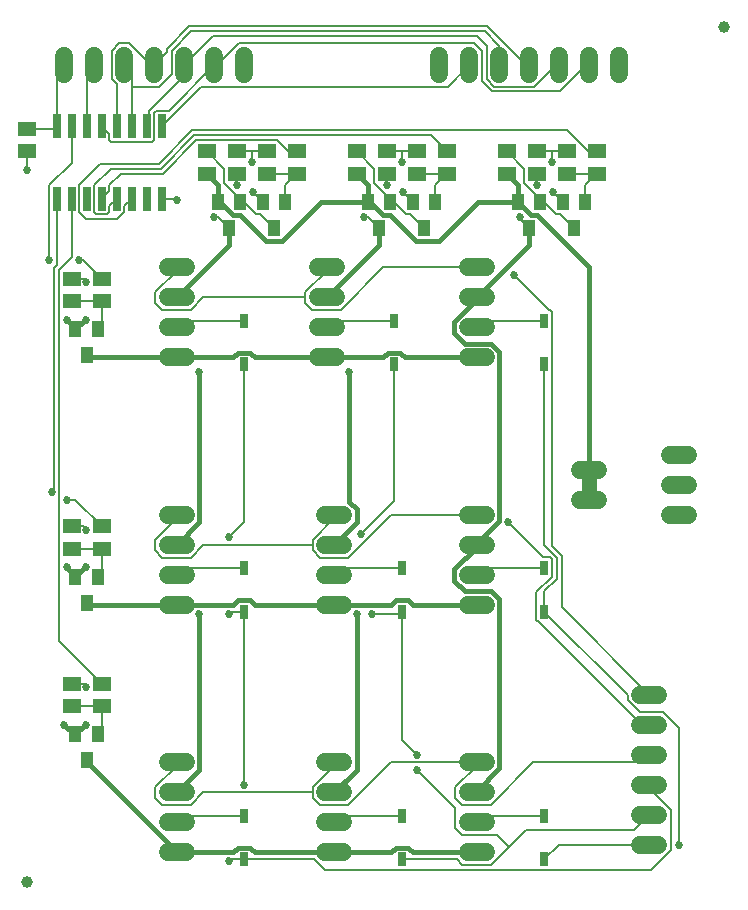
<source format=gbr>
G04 EAGLE Gerber RS-274X export*
G75*
%MOMM*%
%FSLAX34Y34*%
%LPD*%
%INTop Copper*%
%IPPOS*%
%AMOC8*
5,1,8,0,0,1.08239X$1,22.5*%
G01*
%ADD10R,1.500000X1.300000*%
%ADD11R,0.660400X2.032000*%
%ADD12C,1.524000*%
%ADD13R,1.000000X1.400000*%
%ADD14C,1.000000*%
%ADD15R,0.700000X1.200000*%
%ADD16C,0.203200*%
%ADD17C,0.685800*%
%ADD18C,0.381000*%
%ADD19C,1.270000*%


D10*
X19050Y657200D03*
X19050Y638200D03*
D11*
X44450Y597916D03*
X44450Y659384D03*
X57150Y597916D03*
X69850Y597916D03*
X57150Y659384D03*
X69850Y659384D03*
X82550Y597916D03*
X82550Y659384D03*
X95250Y597916D03*
X95250Y659384D03*
X107950Y597916D03*
X120650Y597916D03*
X107950Y659384D03*
X120650Y659384D03*
X133350Y597916D03*
X133350Y659384D03*
D12*
X138430Y488950D02*
X153670Y488950D01*
X153670Y514350D02*
X138430Y514350D01*
X138430Y539750D02*
X153670Y539750D01*
X153670Y463550D02*
X138430Y463550D01*
X487680Y342900D02*
X502920Y342900D01*
X502920Y368300D02*
X487680Y368300D01*
X538480Y127000D02*
X553720Y127000D01*
X553720Y152400D02*
X538480Y152400D01*
X538480Y177800D02*
X553720Y177800D01*
X553720Y101600D02*
X538480Y101600D01*
X538480Y76200D02*
X553720Y76200D01*
X553720Y50800D02*
X538480Y50800D01*
X563880Y330200D02*
X579120Y330200D01*
X579120Y355600D02*
X563880Y355600D01*
X563880Y381000D02*
X579120Y381000D01*
X101600Y703580D02*
X101600Y718820D01*
X76200Y718820D02*
X76200Y703580D01*
X50800Y703580D02*
X50800Y718820D01*
X127000Y718820D02*
X127000Y703580D01*
X152400Y703580D02*
X152400Y718820D01*
X177800Y718820D02*
X177800Y703580D01*
X203200Y703580D02*
X203200Y718820D01*
X419100Y718820D02*
X419100Y703580D01*
X393700Y703580D02*
X393700Y718820D01*
X368300Y718820D02*
X368300Y703580D01*
X444500Y703580D02*
X444500Y718820D01*
X469900Y718820D02*
X469900Y703580D01*
X495300Y703580D02*
X495300Y718820D01*
X520700Y718820D02*
X520700Y703580D01*
X280670Y488950D02*
X265430Y488950D01*
X265430Y514350D02*
X280670Y514350D01*
X280670Y539750D02*
X265430Y539750D01*
X265430Y463550D02*
X280670Y463550D01*
X392430Y488950D02*
X407670Y488950D01*
X407670Y514350D02*
X392430Y514350D01*
X392430Y539750D02*
X407670Y539750D01*
X407670Y463550D02*
X392430Y463550D01*
X153670Y279400D02*
X138430Y279400D01*
X138430Y304800D02*
X153670Y304800D01*
X153670Y330200D02*
X138430Y330200D01*
X138430Y254000D02*
X153670Y254000D01*
X271780Y279400D02*
X287020Y279400D01*
X287020Y304800D02*
X271780Y304800D01*
X271780Y330200D02*
X287020Y330200D01*
X287020Y254000D02*
X271780Y254000D01*
X392430Y279400D02*
X407670Y279400D01*
X407670Y304800D02*
X392430Y304800D01*
X392430Y330200D02*
X407670Y330200D01*
X407670Y254000D02*
X392430Y254000D01*
X153670Y69850D02*
X138430Y69850D01*
X138430Y95250D02*
X153670Y95250D01*
X153670Y120650D02*
X138430Y120650D01*
X138430Y44450D02*
X153670Y44450D01*
X271780Y69850D02*
X287020Y69850D01*
X287020Y95250D02*
X271780Y95250D01*
X271780Y120650D02*
X287020Y120650D01*
X287020Y44450D02*
X271780Y44450D01*
X392430Y69850D02*
X407670Y69850D01*
X407670Y95250D02*
X392430Y95250D01*
X392430Y120650D02*
X407670Y120650D01*
X407670Y44450D02*
X392430Y44450D01*
D13*
X69850Y465250D03*
X60350Y487250D03*
X79350Y487250D03*
D10*
X82550Y530200D03*
X82550Y511200D03*
X57150Y530200D03*
X57150Y511200D03*
D13*
X69850Y255700D03*
X60350Y277700D03*
X79350Y277700D03*
D10*
X82550Y320650D03*
X82550Y301650D03*
X57150Y320650D03*
X57150Y301650D03*
D13*
X69850Y122350D03*
X60350Y144350D03*
X79350Y144350D03*
D10*
X82550Y187300D03*
X82550Y168300D03*
X57150Y187300D03*
X57150Y168300D03*
D13*
X327000Y595200D03*
X308000Y595200D03*
X317500Y573200D03*
D10*
X374650Y638150D03*
X374650Y619150D03*
X298450Y638150D03*
X298450Y619150D03*
D13*
X355600Y573200D03*
X346100Y595200D03*
X365100Y595200D03*
D10*
X349250Y638150D03*
X349250Y619150D03*
X323850Y638150D03*
X323850Y619150D03*
D13*
X200000Y595200D03*
X181000Y595200D03*
X190500Y573200D03*
D10*
X247650Y638150D03*
X247650Y619150D03*
X171450Y638150D03*
X171450Y619150D03*
D13*
X228600Y573200D03*
X219100Y595200D03*
X238100Y595200D03*
D10*
X222250Y638150D03*
X222250Y619150D03*
X196850Y638150D03*
X196850Y619150D03*
D13*
X454000Y595200D03*
X435000Y595200D03*
X444500Y573200D03*
D10*
X501650Y638150D03*
X501650Y619150D03*
X425450Y638150D03*
X425450Y619150D03*
D13*
X482600Y573200D03*
X473100Y595200D03*
X492100Y595200D03*
D10*
X476250Y638150D03*
X476250Y619150D03*
X450850Y638150D03*
X450850Y619150D03*
D14*
X19050Y19050D03*
X609600Y742950D03*
D15*
X203200Y457750D03*
X203200Y494750D03*
X330200Y457750D03*
X330200Y494750D03*
X457200Y457750D03*
X457200Y494750D03*
X203200Y248200D03*
X203200Y285200D03*
X336550Y248200D03*
X336550Y285200D03*
X457200Y248200D03*
X457200Y285200D03*
X203200Y38650D03*
X203200Y75650D03*
X336550Y38650D03*
X336550Y75650D03*
X457200Y38650D03*
X457200Y75650D03*
D16*
X291439Y294132D02*
X267361Y294132D01*
X261112Y300381D01*
X261112Y304800D01*
X261112Y309219D01*
X327507Y330200D02*
X400050Y330200D01*
X327507Y330200D02*
X291439Y294132D01*
X261112Y309219D02*
X279400Y327507D01*
X279400Y330200D01*
X158089Y294132D02*
X134011Y294132D01*
X127762Y300381D01*
X127762Y309219D01*
X146050Y327507D02*
X146050Y330200D01*
X146050Y327507D02*
X127762Y309219D01*
X168757Y304800D02*
X261112Y304800D01*
X168757Y304800D02*
X158089Y294132D01*
D17*
X426593Y323850D03*
D16*
X461963Y294248D02*
X463748Y292463D01*
X463748Y277938D01*
X450652Y240938D02*
X452438Y239152D01*
X452998Y239152D01*
X456195Y294248D02*
X426593Y323850D01*
X456195Y294248D02*
X461963Y294248D01*
X463748Y277938D02*
X450652Y264842D01*
X450652Y240938D01*
X539750Y152400D02*
X546100Y152400D01*
X539750Y152400D02*
X452998Y239152D01*
X291439Y84582D02*
X267361Y84582D01*
X261112Y90831D01*
X261112Y95250D01*
X261112Y99669D01*
X327507Y120650D02*
X400050Y120650D01*
X327507Y120650D02*
X291439Y84582D01*
X261112Y99669D02*
X279400Y117957D01*
X279400Y120650D01*
X158089Y84582D02*
X134011Y84582D01*
X127762Y90831D01*
X127762Y99669D01*
X146050Y117957D02*
X146050Y120650D01*
X146050Y117957D02*
X127762Y99669D01*
X168757Y95250D02*
X261112Y95250D01*
X168757Y95250D02*
X158089Y84582D01*
X539750Y120650D02*
X546100Y127000D01*
X381762Y99669D02*
X381762Y90831D01*
X388011Y84582D01*
X412089Y84582D01*
X448157Y120650D02*
X539750Y120650D01*
X448157Y120650D02*
X412089Y84582D01*
X400050Y117957D02*
X400050Y120650D01*
X400050Y117957D02*
X381762Y99669D01*
X388011Y33782D02*
X412089Y33782D01*
X383143Y38650D02*
X336550Y38650D01*
X383143Y38650D02*
X388011Y33782D01*
X412089Y33782D02*
X427278Y48972D01*
X441807Y63500D01*
X533400Y63500D02*
X546100Y76200D01*
X533400Y63500D02*
X441807Y63500D01*
X330200Y342053D02*
X330200Y457750D01*
X330200Y342053D02*
X302049Y313902D01*
D17*
X302049Y313902D03*
X311150Y246634D03*
D16*
X334984Y246634D01*
X336550Y248200D01*
X336550Y139827D01*
X349250Y127127D01*
D17*
X349250Y127127D03*
X349250Y114173D03*
D16*
X381762Y65431D02*
X388011Y59182D01*
X417068Y59182D02*
X427278Y48972D01*
X417068Y59182D02*
X388011Y59182D01*
X381762Y81661D02*
X349250Y114173D01*
X381762Y81661D02*
X381762Y65431D01*
X222250Y638150D02*
X209550Y638150D01*
X196850Y638150D01*
X209550Y638150D02*
X209550Y628650D01*
D17*
X209550Y628650D03*
D16*
X211050Y603250D02*
X219100Y595200D01*
X211050Y603250D02*
X210461Y603250D01*
D17*
X210461Y603250D03*
D16*
X336550Y638150D02*
X349250Y638150D01*
X336550Y638150D02*
X323850Y638150D01*
X336550Y638150D02*
X336550Y628650D01*
D17*
X336550Y628650D03*
D16*
X338050Y603250D02*
X346100Y595200D01*
X338050Y603250D02*
X337461Y603250D01*
D17*
X337461Y603250D03*
D16*
X450850Y638150D02*
X463550Y638150D01*
X476250Y638150D01*
X463550Y638150D02*
X463550Y628650D01*
D17*
X463550Y628650D03*
D16*
X465050Y603250D02*
X473100Y595200D01*
X465050Y603250D02*
X464461Y603250D01*
D17*
X464461Y603250D03*
D16*
X66439Y530200D02*
X57150Y530200D01*
X66439Y530200D02*
X69589Y527050D01*
D17*
X69589Y527050D03*
D16*
X19050Y622300D02*
X19050Y638200D01*
D17*
X19050Y622300D03*
D16*
X133350Y597916D02*
X145034Y597916D01*
X146050Y596900D01*
D17*
X146050Y596900D03*
D16*
X66439Y320650D02*
X57150Y320650D01*
X66439Y320650D02*
X69589Y317500D01*
D17*
X69589Y317500D03*
D18*
X60350Y487250D02*
X68400Y495300D01*
X68889Y495300D01*
D17*
X68889Y495300D03*
D18*
X60350Y488029D02*
X60350Y487250D01*
X60350Y488029D02*
X53079Y495300D01*
D17*
X53079Y495300D03*
D18*
X68400Y285750D02*
X60350Y277700D01*
X68400Y285750D02*
X68889Y285750D01*
D17*
X68889Y285750D03*
D18*
X60350Y277700D02*
X53079Y284971D01*
X53079Y285750D01*
D17*
X53079Y285750D03*
D18*
X58850Y144350D02*
X60350Y144350D01*
X58850Y144350D02*
X50800Y152400D01*
D17*
X50800Y152400D03*
D18*
X60350Y144350D02*
X68400Y152400D01*
X68889Y152400D01*
D17*
X68889Y152400D03*
D16*
X66439Y187300D02*
X57150Y187300D01*
X66439Y187300D02*
X69589Y184150D01*
D17*
X69589Y184150D03*
D16*
X97181Y729488D02*
X106019Y729488D01*
X97181Y729488D02*
X90932Y723239D01*
X90932Y699161D01*
X95250Y694843D01*
X95250Y659384D01*
X124307Y711200D02*
X127000Y711200D01*
X124307Y711200D02*
X106019Y729488D01*
X137668Y724922D02*
X156712Y743966D01*
X137668Y721868D02*
X127000Y711200D01*
X137668Y721868D02*
X137668Y724922D01*
X156712Y743966D02*
X409041Y743966D01*
X441807Y711200D02*
X444500Y711200D01*
X441807Y711200D02*
X409041Y743966D01*
X50800Y711200D02*
X44450Y704850D01*
X44450Y659384D01*
X42266Y657200D01*
X19050Y657200D01*
X101600Y711200D02*
X107950Y704850D01*
X107950Y692150D01*
X107950Y659384D01*
X107950Y692150D02*
X108712Y692912D01*
X131419Y692912D01*
X141732Y703225D01*
X141732Y723239D01*
X419100Y727557D02*
X419100Y711200D01*
X419100Y727557D02*
X406755Y739902D01*
X158395Y739902D02*
X141732Y723239D01*
X158395Y739902D02*
X406755Y739902D01*
X76200Y711200D02*
X69850Y704850D01*
X69850Y659384D01*
D18*
X198069Y467687D02*
X208331Y467687D01*
X193932Y463550D02*
X146050Y463550D01*
X212468Y463550D02*
X273050Y463550D01*
X198069Y467687D02*
X193932Y463550D01*
X208331Y467687D02*
X212468Y463550D01*
X325069Y467687D02*
X335331Y467687D01*
X320932Y463550D02*
X273050Y463550D01*
X339468Y463550D02*
X400050Y463550D01*
X325069Y467687D02*
X320932Y463550D01*
X335331Y467687D02*
X339468Y463550D01*
X71550Y463550D02*
X69850Y465250D01*
X71550Y463550D02*
X146050Y463550D01*
X198069Y258137D02*
X208331Y258137D01*
X193932Y254000D02*
X146050Y254000D01*
X212468Y254000D02*
X279400Y254000D01*
X198069Y258137D02*
X193932Y254000D01*
X208331Y258137D02*
X212468Y254000D01*
X331419Y258137D02*
X341681Y258137D01*
X327282Y254000D02*
X279400Y254000D01*
X345818Y254000D02*
X400050Y254000D01*
X331419Y258137D02*
X327282Y254000D01*
X341681Y258137D02*
X345818Y254000D01*
X71550Y254000D02*
X69850Y255700D01*
X71550Y254000D02*
X146050Y254000D01*
X198069Y48587D02*
X208331Y48587D01*
X193932Y44450D02*
X146050Y44450D01*
X212468Y44450D02*
X279400Y44450D01*
X198069Y48587D02*
X193932Y44450D01*
X208331Y48587D02*
X212468Y44450D01*
X331419Y48587D02*
X341681Y48587D01*
X327282Y44450D02*
X279400Y44450D01*
X345818Y44450D02*
X400050Y44450D01*
X331419Y48587D02*
X327282Y44450D01*
X341681Y48587D02*
X345818Y44450D01*
X69850Y120650D02*
X69850Y122350D01*
X69850Y120650D02*
X146050Y44450D01*
X190500Y558800D02*
X190500Y573200D01*
X190500Y558800D02*
X146050Y514350D01*
D17*
X165100Y450850D03*
D18*
X165100Y335114D01*
X165227Y334987D01*
X165227Y323977D01*
X146050Y304800D01*
D17*
X165100Y246634D03*
D18*
X165100Y125564D01*
X165227Y125437D01*
X165227Y114427D01*
X146050Y95250D01*
D16*
X190500Y573200D02*
X180961Y582739D01*
X177800Y582739D01*
D17*
X177800Y582739D03*
X197050Y609800D03*
D16*
X196850Y609999D01*
X196850Y619150D01*
D18*
X317500Y573200D02*
X317500Y558800D01*
X273050Y514350D01*
D17*
X292100Y450850D03*
D18*
X292100Y341464D01*
X298577Y334987D01*
X298577Y323977D01*
X279400Y304800D01*
D17*
X298450Y246634D03*
D18*
X298450Y125564D01*
X298577Y125437D01*
X298577Y114427D01*
X279400Y95250D01*
D16*
X317500Y573200D02*
X307961Y582739D01*
X304800Y582739D01*
D17*
X304800Y582739D03*
X324050Y609800D03*
D16*
X323850Y609999D01*
X323850Y619150D01*
D18*
X444500Y573200D02*
X444500Y558800D01*
X400050Y514350D01*
X380873Y493737D02*
X380873Y484163D01*
X412457Y475107D02*
X419227Y468337D01*
X400050Y512914D02*
X400050Y514350D01*
X400050Y306236D02*
X400050Y304800D01*
X380873Y493737D02*
X400050Y512914D01*
X419227Y325413D02*
X400050Y306236D01*
X419227Y325413D02*
X419227Y468337D01*
X389929Y475107D02*
X380873Y484163D01*
X389929Y475107D02*
X412457Y475107D01*
X380873Y284187D02*
X380873Y274613D01*
X412457Y265557D02*
X419227Y258787D01*
X400050Y303364D02*
X400050Y304800D01*
X400050Y96686D02*
X400050Y95250D01*
X380873Y284187D02*
X400050Y303364D01*
X419227Y115863D02*
X400050Y96686D01*
X419227Y115863D02*
X419227Y258787D01*
X389929Y265557D02*
X380873Y274613D01*
X389929Y265557D02*
X412457Y265557D01*
D16*
X444500Y573200D02*
X437044Y580656D01*
X437044Y582739D01*
D17*
X437044Y582739D03*
X451050Y609800D03*
D16*
X450850Y609999D01*
X450850Y619150D01*
X285089Y503682D02*
X261011Y503682D01*
X254762Y509931D01*
X254762Y514350D01*
X254762Y518769D01*
X321157Y539750D02*
X400050Y539750D01*
X273050Y539750D02*
X273050Y537057D01*
X285089Y503682D02*
X321157Y539750D01*
X273050Y537057D02*
X254762Y518769D01*
X158089Y503682D02*
X134011Y503682D01*
X127762Y509931D01*
X127762Y518769D01*
X146050Y537057D02*
X146050Y539750D01*
X146050Y537057D02*
X127762Y518769D01*
X168757Y514350D02*
X254762Y514350D01*
X168757Y514350D02*
X158089Y503682D01*
D17*
X431800Y533400D03*
D16*
X461402Y503798D01*
X461963Y503798D01*
X463748Y502013D01*
X463748Y450488D02*
X463550Y450290D01*
X463748Y450488D02*
X463748Y502013D01*
X463550Y304155D02*
X471876Y295829D01*
X471876Y252024D02*
X546100Y177800D01*
X471876Y252024D02*
X471876Y295829D01*
X463550Y304155D02*
X463550Y450290D01*
X262493Y38650D02*
X203200Y38650D01*
X262493Y38650D02*
X271541Y29602D01*
X547609Y29602D02*
X564388Y46381D01*
X547609Y29602D02*
X271541Y29602D01*
X564388Y46381D02*
X564388Y80619D01*
X546100Y98907D02*
X546100Y101600D01*
X546100Y98907D02*
X564388Y80619D01*
X203200Y323977D02*
X203200Y457750D01*
X203200Y323977D02*
X190500Y311277D01*
D17*
X190500Y311277D03*
X190500Y246634D03*
D16*
X192066Y248200D01*
X203200Y248200D01*
X203200Y101727D01*
D17*
X203200Y101727D03*
X190500Y37084D03*
D16*
X192066Y38650D01*
X203200Y38650D01*
X457200Y38650D02*
X469350Y50800D01*
X546100Y50800D01*
D17*
X571500Y50800D03*
D16*
X527812Y177588D02*
X457200Y248200D01*
X527812Y177588D02*
X527812Y173381D01*
X538125Y163068D01*
X558139Y163068D01*
X571500Y149707D01*
X571500Y50800D01*
X457200Y248200D02*
X457200Y265642D01*
X467812Y276254D02*
X467812Y294146D01*
X467812Y276254D02*
X457200Y265642D01*
X457200Y304758D02*
X457200Y457750D01*
X457200Y304758D02*
X467812Y294146D01*
X133350Y659384D02*
X166878Y692912D01*
X375412Y692912D02*
X393700Y711200D01*
X375412Y692912D02*
X166878Y692912D01*
D19*
X495300Y368300D02*
X495300Y342900D01*
D18*
X451131Y584137D02*
X446063Y584137D01*
X435000Y595200D01*
X495300Y539968D02*
X495300Y368300D01*
X495300Y539968D02*
X451131Y584137D01*
X309432Y595200D02*
X308000Y595200D01*
X309432Y595200D02*
X320369Y584263D01*
X326969Y584263D01*
X348969Y562263D01*
X368563Y562263D01*
X235231Y562263D02*
X221969Y562263D01*
X182432Y595200D02*
X181000Y595200D01*
X182432Y595200D02*
X193369Y584263D01*
X199969Y584263D01*
X221969Y562263D01*
X268168Y595200D02*
X308000Y595200D01*
X268168Y595200D02*
X235231Y562263D01*
X181000Y595200D02*
X181000Y609600D01*
X171450Y619150D01*
X308000Y609600D02*
X308000Y595200D01*
X308000Y609600D02*
X298450Y619150D01*
X401500Y595200D02*
X435000Y595200D01*
X401500Y595200D02*
X368563Y562263D01*
X435000Y595200D02*
X435000Y609600D01*
X425450Y619150D01*
D16*
X57150Y597916D02*
X57150Y548511D01*
X46602Y537963D01*
X46602Y223248D01*
X82550Y187300D01*
D17*
X40125Y349250D03*
D16*
X44450Y541558D02*
X44450Y597916D01*
X44450Y541558D02*
X42538Y539646D01*
X42538Y351663D02*
X40125Y349250D01*
X42538Y351663D02*
X42538Y539646D01*
D17*
X53079Y342900D03*
D16*
X60300Y342900D01*
X82550Y320650D01*
D17*
X37973Y546100D03*
D16*
X57150Y628389D02*
X57150Y659384D01*
X38100Y546227D02*
X37973Y546100D01*
X38100Y609339D02*
X57150Y628389D01*
X38100Y609339D02*
X38100Y546227D01*
D17*
X63627Y546100D03*
D16*
X66650Y546100D01*
X82550Y530200D01*
X63500Y586494D02*
X63500Y609339D01*
X130723Y627228D02*
X159321Y655826D01*
X494561Y638150D02*
X501650Y638150D01*
X101600Y586494D02*
X95751Y580644D01*
X69350Y580644D01*
X63500Y586494D01*
X63500Y609339D02*
X81390Y627228D01*
X130723Y627228D01*
X107950Y597916D02*
X101600Y591566D01*
X101600Y586494D01*
X159321Y655826D02*
X476885Y655826D01*
X494561Y638150D01*
X88900Y586494D02*
X87115Y584708D01*
X77986Y584708D01*
X76200Y586494D01*
X76200Y609339D01*
X90026Y623164D01*
X132406Y623164D01*
X95250Y597916D02*
X88900Y591566D01*
X88900Y586494D01*
X161004Y651762D02*
X361038Y651762D01*
X374650Y638150D01*
X161004Y651762D02*
X132406Y623164D01*
X88900Y604266D02*
X82550Y597916D01*
X88900Y604266D02*
X88900Y609339D01*
X240561Y638150D02*
X247650Y638150D01*
X162688Y647698D02*
X134090Y619100D01*
X231013Y647698D02*
X240561Y638150D01*
X98662Y619100D02*
X88900Y609339D01*
X98662Y619100D02*
X134090Y619100D01*
X162688Y647698D02*
X231013Y647698D01*
X122936Y661670D02*
X120650Y659384D01*
X122936Y661670D02*
X122936Y672490D01*
X152400Y701954D02*
X152400Y711200D01*
X152400Y701954D02*
X122936Y672490D01*
X152400Y711200D02*
X177038Y735838D01*
X400050Y735838D01*
X408432Y699161D02*
X414681Y692912D01*
X408432Y727456D02*
X400050Y735838D01*
X408432Y727456D02*
X408432Y699161D01*
X467207Y711200D02*
X469900Y711200D01*
X448919Y692912D02*
X414681Y692912D01*
X448919Y692912D02*
X467207Y711200D01*
X128786Y672592D02*
X127000Y670807D01*
X127000Y647962D02*
X125215Y646176D01*
X90686Y646176D02*
X88900Y647962D01*
X127000Y647962D02*
X127000Y670807D01*
X139192Y672592D02*
X177800Y711200D01*
X88900Y653034D02*
X88900Y647962D01*
X88900Y653034D02*
X82550Y659384D01*
X128786Y672592D02*
X139192Y672592D01*
X125215Y646176D02*
X90686Y646176D01*
X398119Y729488D02*
X404368Y723239D01*
X404368Y697478D01*
X412998Y688848D01*
X180493Y711200D02*
X177800Y711200D01*
X492607Y711200D02*
X495300Y711200D01*
X198781Y729488D02*
X180493Y711200D01*
X412998Y688848D02*
X470255Y688848D01*
X492607Y711200D01*
X398119Y729488D02*
X198781Y729488D01*
X151850Y494750D02*
X146050Y488950D01*
X151850Y494750D02*
X203200Y494750D01*
X273050Y488950D02*
X278850Y494750D01*
X330200Y494750D01*
X400050Y488950D02*
X405850Y494750D01*
X457200Y494750D01*
X151850Y285200D02*
X146050Y279400D01*
X151850Y285200D02*
X203200Y285200D01*
X279400Y279400D02*
X285200Y285200D01*
X336550Y285200D01*
X400050Y279400D02*
X405850Y285200D01*
X457200Y285200D01*
X151850Y75650D02*
X146050Y69850D01*
X151850Y75650D02*
X203200Y75650D01*
X279400Y69850D02*
X285200Y75650D01*
X336550Y75650D01*
X400050Y69850D02*
X405850Y75650D01*
X457200Y75650D01*
X82550Y511200D02*
X57150Y511200D01*
X82550Y511200D02*
X82550Y490450D01*
X79350Y487250D01*
X82550Y301650D02*
X57150Y301650D01*
X82550Y301650D02*
X82550Y280900D01*
X79350Y277700D01*
X82550Y168300D02*
X57150Y168300D01*
X82550Y168300D02*
X82550Y147550D01*
X79350Y144350D01*
X355600Y573200D02*
X343648Y585152D01*
X339838Y585152D01*
X329790Y595200D02*
X327000Y595200D01*
X329790Y595200D02*
X339838Y585152D01*
X313302Y611388D02*
X313302Y623298D01*
X298450Y638150D01*
X327000Y597690D02*
X327000Y595200D01*
X327000Y597690D02*
X313302Y611388D01*
X349250Y619150D02*
X374650Y619150D01*
X365100Y609600D01*
X365100Y595200D01*
X228600Y573200D02*
X216648Y585152D01*
X212838Y585152D01*
X202790Y595200D02*
X200000Y595200D01*
X202790Y595200D02*
X212838Y585152D01*
X186302Y611388D02*
X186302Y623298D01*
X171450Y638150D01*
X200000Y597690D02*
X200000Y595200D01*
X200000Y597690D02*
X186302Y611388D01*
X222250Y619150D02*
X247650Y619150D01*
X238100Y609600D01*
X238100Y595200D01*
X470648Y585152D02*
X482600Y573200D01*
X470648Y585152D02*
X466838Y585152D01*
X456790Y595200D02*
X454000Y595200D01*
X456790Y595200D02*
X466838Y585152D01*
X440302Y611388D02*
X440302Y623298D01*
X425450Y638150D01*
X454000Y597690D02*
X454000Y595200D01*
X454000Y597690D02*
X440302Y611388D01*
X476250Y619150D02*
X501650Y619150D01*
X492100Y609600D01*
X492100Y595200D01*
M02*

</source>
